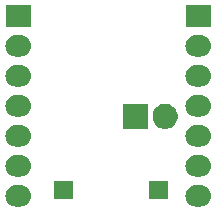
<source format=gbr>
G04 #@! TF.GenerationSoftware,KiCad,Pcbnew,5.1.5-52549c5~84~ubuntu18.04.1*
G04 #@! TF.CreationDate,2020-03-10T10:35:37+01:00*
G04 #@! TF.ProjectId,bm71_MODULE,626d3731-5f4d-44f4-9455-4c452e6b6963,rev?*
G04 #@! TF.SameCoordinates,Original*
G04 #@! TF.FileFunction,Soldermask,Top*
G04 #@! TF.FilePolarity,Negative*
%FSLAX46Y46*%
G04 Gerber Fmt 4.6, Leading zero omitted, Abs format (unit mm)*
G04 Created by KiCad (PCBNEW 5.1.5-52549c5~84~ubuntu18.04.1) date 2020-03-10 10:35:37*
%MOMM*%
%LPD*%
G04 APERTURE LIST*
%ADD10C,0.050000*%
G04 APERTURE END LIST*
D10*
G36*
X152731694Y-85458633D02*
G01*
X152904095Y-85510931D01*
X153062983Y-85595858D01*
X153202249Y-85710151D01*
X153316542Y-85849417D01*
X153401469Y-86008305D01*
X153453767Y-86180706D01*
X153471425Y-86360000D01*
X153453767Y-86539294D01*
X153401469Y-86711695D01*
X153316542Y-86870583D01*
X153202249Y-87009849D01*
X153062983Y-87124142D01*
X152904095Y-87209069D01*
X152731694Y-87261367D01*
X152597331Y-87274600D01*
X152202669Y-87274600D01*
X152068306Y-87261367D01*
X151895905Y-87209069D01*
X151737017Y-87124142D01*
X151597751Y-87009849D01*
X151483458Y-86870583D01*
X151398531Y-86711695D01*
X151346233Y-86539294D01*
X151328575Y-86360000D01*
X151346233Y-86180706D01*
X151398531Y-86008305D01*
X151483458Y-85849417D01*
X151597751Y-85710151D01*
X151737017Y-85595858D01*
X151895905Y-85510931D01*
X152068306Y-85458633D01*
X152202669Y-85445400D01*
X152597331Y-85445400D01*
X152731694Y-85458633D01*
G37*
G36*
X137491694Y-85458633D02*
G01*
X137664095Y-85510931D01*
X137822983Y-85595858D01*
X137962249Y-85710151D01*
X138076542Y-85849417D01*
X138161469Y-86008305D01*
X138213767Y-86180706D01*
X138231425Y-86360000D01*
X138213767Y-86539294D01*
X138161469Y-86711695D01*
X138076542Y-86870583D01*
X137962249Y-87009849D01*
X137822983Y-87124142D01*
X137664095Y-87209069D01*
X137491694Y-87261367D01*
X137357331Y-87274600D01*
X136962669Y-87274600D01*
X136828306Y-87261367D01*
X136655905Y-87209069D01*
X136497017Y-87124142D01*
X136357751Y-87009849D01*
X136243458Y-86870583D01*
X136158531Y-86711695D01*
X136106233Y-86539294D01*
X136088575Y-86360000D01*
X136106233Y-86180706D01*
X136158531Y-86008305D01*
X136243458Y-85849417D01*
X136357751Y-85710151D01*
X136497017Y-85595858D01*
X136655905Y-85510931D01*
X136828306Y-85458633D01*
X136962669Y-85445400D01*
X137357331Y-85445400D01*
X137491694Y-85458633D01*
G37*
G36*
X149873600Y-86611400D02*
G01*
X148271600Y-86611400D01*
X148271600Y-85109400D01*
X149873600Y-85109400D01*
X149873600Y-86611400D01*
G37*
G36*
X141820000Y-86603000D02*
G01*
X140218000Y-86603000D01*
X140218000Y-85101000D01*
X141820000Y-85101000D01*
X141820000Y-86603000D01*
G37*
G36*
X152731694Y-82918633D02*
G01*
X152904095Y-82970931D01*
X153062983Y-83055858D01*
X153202249Y-83170151D01*
X153316542Y-83309417D01*
X153401469Y-83468305D01*
X153453767Y-83640706D01*
X153471425Y-83820000D01*
X153453767Y-83999294D01*
X153401469Y-84171695D01*
X153316542Y-84330583D01*
X153202249Y-84469849D01*
X153062983Y-84584142D01*
X152904095Y-84669069D01*
X152731694Y-84721367D01*
X152597331Y-84734600D01*
X152202669Y-84734600D01*
X152068306Y-84721367D01*
X151895905Y-84669069D01*
X151737017Y-84584142D01*
X151597751Y-84469849D01*
X151483458Y-84330583D01*
X151398531Y-84171695D01*
X151346233Y-83999294D01*
X151328575Y-83820000D01*
X151346233Y-83640706D01*
X151398531Y-83468305D01*
X151483458Y-83309417D01*
X151597751Y-83170151D01*
X151737017Y-83055858D01*
X151895905Y-82970931D01*
X152068306Y-82918633D01*
X152202669Y-82905400D01*
X152597331Y-82905400D01*
X152731694Y-82918633D01*
G37*
G36*
X137491694Y-82918633D02*
G01*
X137664095Y-82970931D01*
X137822983Y-83055858D01*
X137962249Y-83170151D01*
X138076542Y-83309417D01*
X138161469Y-83468305D01*
X138213767Y-83640706D01*
X138231425Y-83820000D01*
X138213767Y-83999294D01*
X138161469Y-84171695D01*
X138076542Y-84330583D01*
X137962249Y-84469849D01*
X137822983Y-84584142D01*
X137664095Y-84669069D01*
X137491694Y-84721367D01*
X137357331Y-84734600D01*
X136962669Y-84734600D01*
X136828306Y-84721367D01*
X136655905Y-84669069D01*
X136497017Y-84584142D01*
X136357751Y-84469849D01*
X136243458Y-84330583D01*
X136158531Y-84171695D01*
X136106233Y-83999294D01*
X136088575Y-83820000D01*
X136106233Y-83640706D01*
X136158531Y-83468305D01*
X136243458Y-83309417D01*
X136357751Y-83170151D01*
X136497017Y-83055858D01*
X136655905Y-82970931D01*
X136828306Y-82918633D01*
X136962669Y-82905400D01*
X137357331Y-82905400D01*
X137491694Y-82918633D01*
G37*
G36*
X152731694Y-80378633D02*
G01*
X152904095Y-80430931D01*
X153062983Y-80515858D01*
X153202249Y-80630151D01*
X153316542Y-80769417D01*
X153401469Y-80928305D01*
X153453767Y-81100706D01*
X153471425Y-81280000D01*
X153453767Y-81459294D01*
X153401469Y-81631695D01*
X153316542Y-81790583D01*
X153202249Y-81929849D01*
X153062983Y-82044142D01*
X152904095Y-82129069D01*
X152731694Y-82181367D01*
X152597331Y-82194600D01*
X152202669Y-82194600D01*
X152068306Y-82181367D01*
X151895905Y-82129069D01*
X151737017Y-82044142D01*
X151597751Y-81929849D01*
X151483458Y-81790583D01*
X151398531Y-81631695D01*
X151346233Y-81459294D01*
X151328575Y-81280000D01*
X151346233Y-81100706D01*
X151398531Y-80928305D01*
X151483458Y-80769417D01*
X151597751Y-80630151D01*
X151737017Y-80515858D01*
X151895905Y-80430931D01*
X152068306Y-80378633D01*
X152202669Y-80365400D01*
X152597331Y-80365400D01*
X152731694Y-80378633D01*
G37*
G36*
X137491694Y-80378633D02*
G01*
X137664095Y-80430931D01*
X137822983Y-80515858D01*
X137962249Y-80630151D01*
X138076542Y-80769417D01*
X138161469Y-80928305D01*
X138213767Y-81100706D01*
X138231425Y-81280000D01*
X138213767Y-81459294D01*
X138161469Y-81631695D01*
X138076542Y-81790583D01*
X137962249Y-81929849D01*
X137822983Y-82044142D01*
X137664095Y-82129069D01*
X137491694Y-82181367D01*
X137357331Y-82194600D01*
X136962669Y-82194600D01*
X136828306Y-82181367D01*
X136655905Y-82129069D01*
X136497017Y-82044142D01*
X136357751Y-81929849D01*
X136243458Y-81790583D01*
X136158531Y-81631695D01*
X136106233Y-81459294D01*
X136088575Y-81280000D01*
X136106233Y-81100706D01*
X136158531Y-80928305D01*
X136243458Y-80769417D01*
X136357751Y-80630151D01*
X136497017Y-80515858D01*
X136655905Y-80430931D01*
X136828306Y-80378633D01*
X136962669Y-80365400D01*
X137357331Y-80365400D01*
X137491694Y-80378633D01*
G37*
G36*
X148133000Y-80696000D02*
G01*
X145999000Y-80696000D01*
X145999000Y-78562000D01*
X148133000Y-78562000D01*
X148133000Y-80696000D01*
G37*
G36*
X149917231Y-78603003D02*
G01*
X150111412Y-78683436D01*
X150111414Y-78683437D01*
X150286173Y-78800207D01*
X150434793Y-78948827D01*
X150551563Y-79123586D01*
X150551564Y-79123588D01*
X150631997Y-79317769D01*
X150673000Y-79523908D01*
X150673000Y-79734092D01*
X150631997Y-79940231D01*
X150551564Y-80134412D01*
X150551563Y-80134414D01*
X150434793Y-80309173D01*
X150286173Y-80457793D01*
X150111414Y-80574563D01*
X150111413Y-80574564D01*
X150111412Y-80574564D01*
X149917231Y-80654997D01*
X149711092Y-80696000D01*
X149500908Y-80696000D01*
X149294769Y-80654997D01*
X149100588Y-80574564D01*
X149100587Y-80574564D01*
X149100586Y-80574563D01*
X148925827Y-80457793D01*
X148777207Y-80309173D01*
X148660437Y-80134414D01*
X148660436Y-80134412D01*
X148580003Y-79940231D01*
X148539000Y-79734092D01*
X148539000Y-79523908D01*
X148580003Y-79317769D01*
X148660436Y-79123588D01*
X148660437Y-79123586D01*
X148777207Y-78948827D01*
X148925827Y-78800207D01*
X149100586Y-78683437D01*
X149100588Y-78683436D01*
X149294769Y-78603003D01*
X149500908Y-78562000D01*
X149711092Y-78562000D01*
X149917231Y-78603003D01*
G37*
G36*
X137491694Y-77838633D02*
G01*
X137664095Y-77890931D01*
X137822983Y-77975858D01*
X137962249Y-78090151D01*
X138076542Y-78229417D01*
X138161469Y-78388305D01*
X138213767Y-78560706D01*
X138231425Y-78740000D01*
X138213767Y-78919294D01*
X138161469Y-79091695D01*
X138076542Y-79250583D01*
X137962249Y-79389849D01*
X137822983Y-79504142D01*
X137664095Y-79589069D01*
X137491694Y-79641367D01*
X137357331Y-79654600D01*
X136962669Y-79654600D01*
X136828306Y-79641367D01*
X136655905Y-79589069D01*
X136497017Y-79504142D01*
X136357751Y-79389849D01*
X136243458Y-79250583D01*
X136158531Y-79091695D01*
X136106233Y-78919294D01*
X136088575Y-78740000D01*
X136106233Y-78560706D01*
X136158531Y-78388305D01*
X136243458Y-78229417D01*
X136357751Y-78090151D01*
X136497017Y-77975858D01*
X136655905Y-77890931D01*
X136828306Y-77838633D01*
X136962669Y-77825400D01*
X137357331Y-77825400D01*
X137491694Y-77838633D01*
G37*
G36*
X152731694Y-77838633D02*
G01*
X152904095Y-77890931D01*
X153062983Y-77975858D01*
X153202249Y-78090151D01*
X153316542Y-78229417D01*
X153401469Y-78388305D01*
X153453767Y-78560706D01*
X153471425Y-78740000D01*
X153453767Y-78919294D01*
X153401469Y-79091695D01*
X153316542Y-79250583D01*
X153202249Y-79389849D01*
X153062983Y-79504142D01*
X152904095Y-79589069D01*
X152731694Y-79641367D01*
X152597331Y-79654600D01*
X152202669Y-79654600D01*
X152068306Y-79641367D01*
X151895905Y-79589069D01*
X151737017Y-79504142D01*
X151597751Y-79389849D01*
X151483458Y-79250583D01*
X151398531Y-79091695D01*
X151346233Y-78919294D01*
X151328575Y-78740000D01*
X151346233Y-78560706D01*
X151398531Y-78388305D01*
X151483458Y-78229417D01*
X151597751Y-78090151D01*
X151737017Y-77975858D01*
X151895905Y-77890931D01*
X152068306Y-77838633D01*
X152202669Y-77825400D01*
X152597331Y-77825400D01*
X152731694Y-77838633D01*
G37*
G36*
X137491694Y-75298633D02*
G01*
X137664095Y-75350931D01*
X137822983Y-75435858D01*
X137962249Y-75550151D01*
X138076542Y-75689417D01*
X138161469Y-75848305D01*
X138213767Y-76020706D01*
X138231425Y-76200000D01*
X138213767Y-76379294D01*
X138161469Y-76551695D01*
X138076542Y-76710583D01*
X137962249Y-76849849D01*
X137822983Y-76964142D01*
X137664095Y-77049069D01*
X137491694Y-77101367D01*
X137357331Y-77114600D01*
X136962669Y-77114600D01*
X136828306Y-77101367D01*
X136655905Y-77049069D01*
X136497017Y-76964142D01*
X136357751Y-76849849D01*
X136243458Y-76710583D01*
X136158531Y-76551695D01*
X136106233Y-76379294D01*
X136088575Y-76200000D01*
X136106233Y-76020706D01*
X136158531Y-75848305D01*
X136243458Y-75689417D01*
X136357751Y-75550151D01*
X136497017Y-75435858D01*
X136655905Y-75350931D01*
X136828306Y-75298633D01*
X136962669Y-75285400D01*
X137357331Y-75285400D01*
X137491694Y-75298633D01*
G37*
G36*
X152731694Y-75298633D02*
G01*
X152904095Y-75350931D01*
X153062983Y-75435858D01*
X153202249Y-75550151D01*
X153316542Y-75689417D01*
X153401469Y-75848305D01*
X153453767Y-76020706D01*
X153471425Y-76200000D01*
X153453767Y-76379294D01*
X153401469Y-76551695D01*
X153316542Y-76710583D01*
X153202249Y-76849849D01*
X153062983Y-76964142D01*
X152904095Y-77049069D01*
X152731694Y-77101367D01*
X152597331Y-77114600D01*
X152202669Y-77114600D01*
X152068306Y-77101367D01*
X151895905Y-77049069D01*
X151737017Y-76964142D01*
X151597751Y-76849849D01*
X151483458Y-76710583D01*
X151398531Y-76551695D01*
X151346233Y-76379294D01*
X151328575Y-76200000D01*
X151346233Y-76020706D01*
X151398531Y-75848305D01*
X151483458Y-75689417D01*
X151597751Y-75550151D01*
X151737017Y-75435858D01*
X151895905Y-75350931D01*
X152068306Y-75298633D01*
X152202669Y-75285400D01*
X152597331Y-75285400D01*
X152731694Y-75298633D01*
G37*
G36*
X137491694Y-72758633D02*
G01*
X137664095Y-72810931D01*
X137822983Y-72895858D01*
X137962249Y-73010151D01*
X138076542Y-73149417D01*
X138161469Y-73308305D01*
X138213767Y-73480706D01*
X138231425Y-73660000D01*
X138213767Y-73839294D01*
X138161469Y-74011695D01*
X138076542Y-74170583D01*
X137962249Y-74309849D01*
X137822983Y-74424142D01*
X137664095Y-74509069D01*
X137491694Y-74561367D01*
X137357331Y-74574600D01*
X136962669Y-74574600D01*
X136828306Y-74561367D01*
X136655905Y-74509069D01*
X136497017Y-74424142D01*
X136357751Y-74309849D01*
X136243458Y-74170583D01*
X136158531Y-74011695D01*
X136106233Y-73839294D01*
X136088575Y-73660000D01*
X136106233Y-73480706D01*
X136158531Y-73308305D01*
X136243458Y-73149417D01*
X136357751Y-73010151D01*
X136497017Y-72895858D01*
X136655905Y-72810931D01*
X136828306Y-72758633D01*
X136962669Y-72745400D01*
X137357331Y-72745400D01*
X137491694Y-72758633D01*
G37*
G36*
X152731694Y-72758633D02*
G01*
X152904095Y-72810931D01*
X153062983Y-72895858D01*
X153202249Y-73010151D01*
X153316542Y-73149417D01*
X153401469Y-73308305D01*
X153453767Y-73480706D01*
X153471425Y-73660000D01*
X153453767Y-73839294D01*
X153401469Y-74011695D01*
X153316542Y-74170583D01*
X153202249Y-74309849D01*
X153062983Y-74424142D01*
X152904095Y-74509069D01*
X152731694Y-74561367D01*
X152597331Y-74574600D01*
X152202669Y-74574600D01*
X152068306Y-74561367D01*
X151895905Y-74509069D01*
X151737017Y-74424142D01*
X151597751Y-74309849D01*
X151483458Y-74170583D01*
X151398531Y-74011695D01*
X151346233Y-73839294D01*
X151328575Y-73660000D01*
X151346233Y-73480706D01*
X151398531Y-73308305D01*
X151483458Y-73149417D01*
X151597751Y-73010151D01*
X151737017Y-72895858D01*
X151895905Y-72810931D01*
X152068306Y-72758633D01*
X152202669Y-72745400D01*
X152597331Y-72745400D01*
X152731694Y-72758633D01*
G37*
G36*
X138227000Y-72034600D02*
G01*
X136093000Y-72034600D01*
X136093000Y-70205400D01*
X138227000Y-70205400D01*
X138227000Y-72034600D01*
G37*
G36*
X153467000Y-72034600D02*
G01*
X151333000Y-72034600D01*
X151333000Y-70205400D01*
X153467000Y-70205400D01*
X153467000Y-72034600D01*
G37*
M02*

</source>
